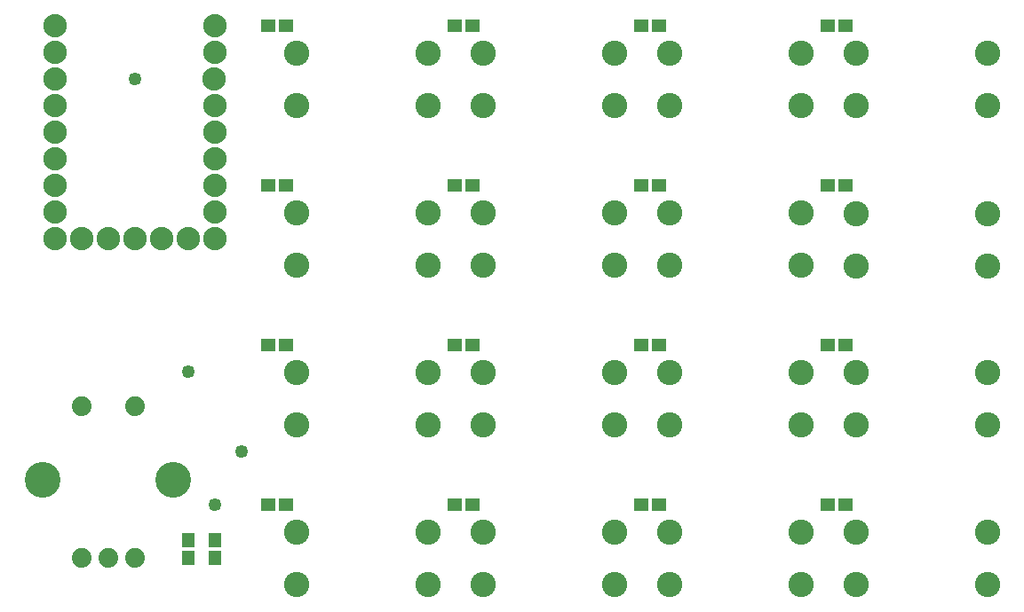
<source format=gts>
G04 MADE WITH FRITZING*
G04 WWW.FRITZING.ORG*
G04 DOUBLE SIDED*
G04 HOLES PLATED*
G04 CONTOUR ON CENTER OF CONTOUR VECTOR*
%ASAXBY*%
%FSLAX23Y23*%
%MOIN*%
%OFA0B0*%
%SFA1.0B1.0*%
%ADD10C,0.088000*%
%ADD11C,0.095000*%
%ADD12C,0.074000*%
%ADD13C,0.134267*%
%ADD14C,0.049370*%
%ADD15R,0.053307X0.049370*%
%ADD16R,0.049370X0.053307*%
%LNMASK1*%
G90*
G70*
G54D10*
X296Y2329D03*
X296Y2229D03*
X296Y2129D03*
X296Y2029D03*
X296Y1929D03*
X296Y1829D03*
X296Y1729D03*
X296Y1629D03*
X296Y1529D03*
X396Y1529D03*
X496Y1529D03*
X596Y1529D03*
X696Y1529D03*
X796Y1529D03*
X896Y1529D03*
X896Y1629D03*
X896Y1729D03*
X896Y1829D03*
X896Y1929D03*
X896Y2029D03*
X895Y2129D03*
X896Y2229D03*
X896Y2329D03*
G54D11*
X3303Y426D03*
X3303Y229D03*
X3796Y229D03*
X3796Y426D03*
X3303Y426D03*
X3303Y229D03*
X3796Y229D03*
X3796Y426D03*
X2603Y426D03*
X2603Y229D03*
X3096Y229D03*
X3096Y426D03*
X2603Y426D03*
X2603Y229D03*
X3096Y229D03*
X3096Y426D03*
X1903Y426D03*
X1903Y229D03*
X2396Y229D03*
X2396Y426D03*
X1903Y426D03*
X1903Y229D03*
X2396Y229D03*
X2396Y426D03*
X1203Y426D03*
X1203Y229D03*
X1696Y229D03*
X1696Y426D03*
X1203Y426D03*
X1203Y229D03*
X1696Y229D03*
X1696Y426D03*
X3303Y1026D03*
X3303Y829D03*
X3796Y829D03*
X3796Y1026D03*
X3303Y1026D03*
X3303Y829D03*
X3796Y829D03*
X3796Y1026D03*
X2603Y1026D03*
X2603Y829D03*
X3096Y829D03*
X3096Y1026D03*
X2603Y1026D03*
X2603Y829D03*
X3096Y829D03*
X3096Y1026D03*
X1903Y1026D03*
X1903Y829D03*
X2396Y829D03*
X2396Y1026D03*
X1903Y1026D03*
X1903Y829D03*
X2396Y829D03*
X2396Y1026D03*
X1203Y1026D03*
X1203Y829D03*
X1696Y829D03*
X1696Y1026D03*
X1203Y1026D03*
X1203Y829D03*
X1696Y829D03*
X1696Y1026D03*
X3304Y1625D03*
X3304Y1428D03*
X3796Y1428D03*
X3796Y1625D03*
X3304Y1625D03*
X3304Y1428D03*
X3796Y1428D03*
X3796Y1625D03*
X2603Y1626D03*
X2603Y1429D03*
X3096Y1429D03*
X3096Y1626D03*
X2603Y1626D03*
X2603Y1429D03*
X3096Y1429D03*
X3096Y1626D03*
X1903Y1626D03*
X1903Y1429D03*
X2396Y1429D03*
X2396Y1626D03*
X1903Y1626D03*
X1903Y1429D03*
X2396Y1429D03*
X2396Y1626D03*
X1203Y1626D03*
X1203Y1429D03*
X1696Y1429D03*
X1696Y1626D03*
X1203Y1626D03*
X1203Y1429D03*
X1696Y1429D03*
X1696Y1626D03*
X3303Y2226D03*
X3303Y2029D03*
X3796Y2029D03*
X3796Y2226D03*
X3303Y2226D03*
X3303Y2029D03*
X3796Y2029D03*
X3796Y2226D03*
X2603Y2226D03*
X2603Y2029D03*
X3096Y2029D03*
X3096Y2226D03*
X2603Y2226D03*
X2603Y2029D03*
X3096Y2029D03*
X3096Y2226D03*
X1903Y2226D03*
X1903Y2029D03*
X2396Y2029D03*
X2396Y2226D03*
X1903Y2226D03*
X1903Y2029D03*
X2396Y2029D03*
X2396Y2226D03*
X1203Y2226D03*
X1203Y2029D03*
X1696Y2029D03*
X1696Y2226D03*
X1203Y2226D03*
X1203Y2029D03*
X1696Y2029D03*
X1696Y2226D03*
G54D12*
X596Y329D03*
X496Y329D03*
X396Y329D03*
G54D13*
X739Y624D03*
X249Y625D03*
G54D12*
X396Y900D03*
X596Y900D03*
G54D14*
X596Y2129D03*
X796Y1029D03*
X996Y729D03*
X896Y529D03*
G54D15*
X3196Y1129D03*
X3262Y1129D03*
X3196Y529D03*
X3262Y529D03*
X2496Y529D03*
X2562Y529D03*
X1796Y529D03*
X1862Y529D03*
X1096Y529D03*
X1162Y529D03*
X2496Y1129D03*
X2562Y1129D03*
X1796Y1129D03*
X1862Y1129D03*
X1096Y1129D03*
X1162Y1129D03*
X3196Y1729D03*
X3262Y1729D03*
X2496Y1729D03*
X2562Y1729D03*
X1796Y1729D03*
X1862Y1729D03*
X1096Y1729D03*
X1162Y1729D03*
X3196Y2329D03*
X3262Y2329D03*
G54D16*
X896Y396D03*
X896Y329D03*
X796Y396D03*
X796Y329D03*
G54D15*
X2496Y2329D03*
X2562Y2329D03*
X1796Y2329D03*
X1862Y2329D03*
X1096Y2329D03*
X1162Y2329D03*
G04 End of Mask1*
M02*
</source>
